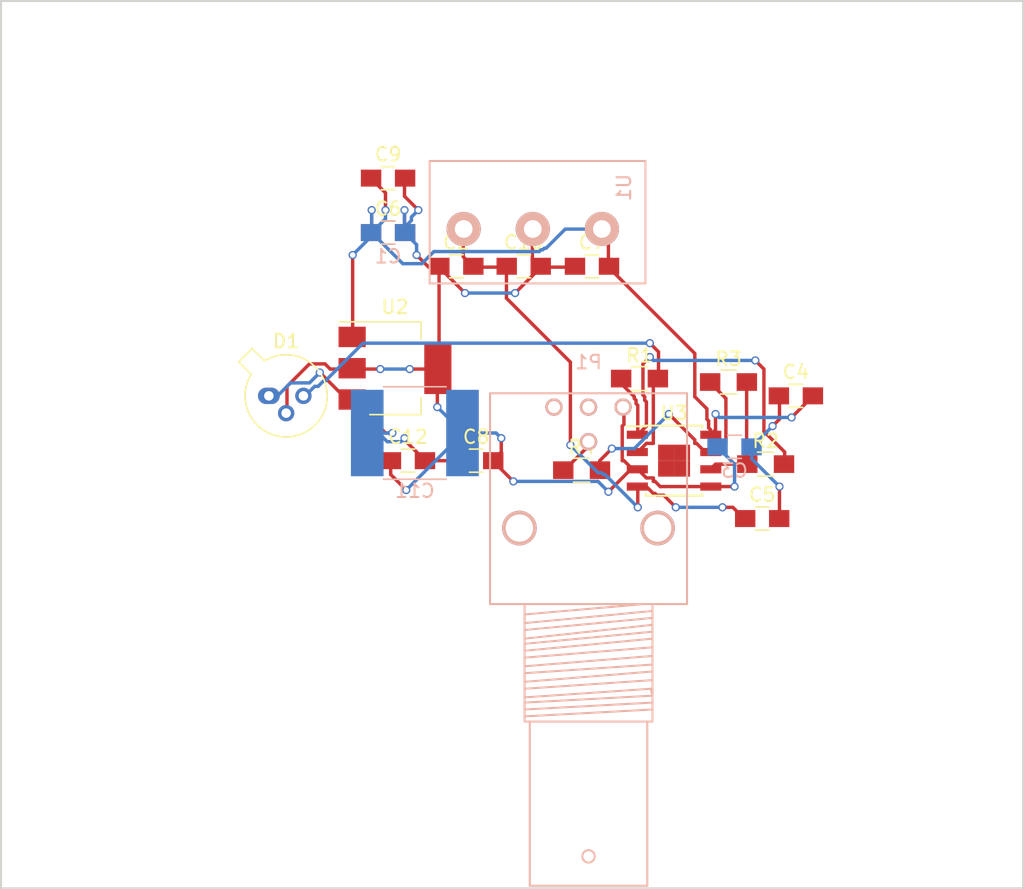
<source format=kicad_pcb>
(kicad_pcb (version 4) (host pcbnew 4.0.2-stable)

  (general
    (links 42)
    (no_connects 0)
    (area 142.621 62.865 217.932 128.27)
    (thickness 1.6)
    (drawings 4)
    (tracks 288)
    (zones 0)
    (modules 21)
    (nets 11)
  )

  (page A4)
  (layers
    (0 F.Cu signal)
    (31 B.Cu signal)
    (32 B.Adhes user)
    (33 F.Adhes user)
    (34 B.Paste user)
    (35 F.Paste user)
    (36 B.SilkS user)
    (37 F.SilkS user)
    (38 B.Mask user)
    (39 F.Mask user)
    (40 Dwgs.User user)
    (41 Cmts.User user)
    (42 Eco1.User user)
    (43 Eco2.User user)
    (44 Edge.Cuts user)
    (45 Margin user)
    (46 B.CrtYd user)
    (47 F.CrtYd user)
    (48 B.Fab user)
    (49 F.Fab user)
  )

  (setup
    (last_trace_width 0.25)
    (trace_clearance 0.2)
    (zone_clearance 0.508)
    (zone_45_only no)
    (trace_min 0.2)
    (segment_width 0.2)
    (edge_width 0.15)
    (via_size 0.6)
    (via_drill 0.4)
    (via_min_size 0.4)
    (via_min_drill 0.3)
    (uvia_size 0.3)
    (uvia_drill 0.1)
    (uvias_allowed no)
    (uvia_min_size 0.2)
    (uvia_min_drill 0.1)
    (pcb_text_width 0.3)
    (pcb_text_size 1.5 1.5)
    (mod_edge_width 0.15)
    (mod_text_size 1 1)
    (mod_text_width 0.15)
    (pad_size 1.524 1.524)
    (pad_drill 0.762)
    (pad_to_mask_clearance 0.2)
    (aux_axis_origin 0 0)
    (visible_elements 7FFFFFFF)
    (pcbplotparams
      (layerselection 0x00030_80000001)
      (usegerberextensions false)
      (excludeedgelayer true)
      (linewidth 0.100000)
      (plotframeref false)
      (viasonmask false)
      (mode 1)
      (useauxorigin false)
      (hpglpennumber 1)
      (hpglpenspeed 20)
      (hpglpendiameter 15)
      (hpglpenoverlay 2)
      (psnegative false)
      (psa4output false)
      (plotreference true)
      (plotvalue true)
      (plotinvisibletext false)
      (padsonsilk false)
      (subtractmaskfromsilk false)
      (outputformat 1)
      (mirror false)
      (drillshape 1)
      (scaleselection 1)
      (outputdirectory ""))
  )

  (net 0 "")
  (net 1 +15V)
  (net 2 GND)
  (net 3 -15V)
  (net 4 "Net-(C3-Pad2)")
  (net 5 +9V)
  (net 6 "Net-(D1-Pad3)")
  (net 7 "Net-(P1-Pad1)")
  (net 8 "Net-(R1-Pad1)")
  (net 9 "Net-(R2-Pad1)")
  (net 10 "Net-(R3-Pad1)")

  (net_class Default "This is the default net class."
    (clearance 0.2)
    (trace_width 0.25)
    (via_dia 0.6)
    (via_drill 0.4)
    (uvia_dia 0.3)
    (uvia_drill 0.1)
    (add_net +15V)
    (add_net +9V)
    (add_net -15V)
    (add_net GND)
    (add_net "Net-(C3-Pad2)")
    (add_net "Net-(D1-Pad3)")
    (add_net "Net-(P1-Pad1)")
    (add_net "Net-(R1-Pad1)")
    (add_net "Net-(R2-Pad1)")
    (add_net "Net-(R3-Pad1)")
  )

  (module Capacitors_SMD:C_0805_HandSoldering placed (layer B.Cu) (tedit 58AA84A8) (tstamp 58C06E23)
    (at 171.2595 80.01)
    (descr "Capacitor SMD 0805, hand soldering")
    (tags "capacitor 0805")
    (path /58C0327B)
    (attr smd)
    (fp_text reference C1 (at 0 1.75) (layer B.SilkS)
      (effects (font (size 1 1) (thickness 0.15)) (justify mirror))
    )
    (fp_text value 10uF (at 0 -1.75) (layer B.Fab)
      (effects (font (size 1 1) (thickness 0.15)) (justify mirror))
    )
    (fp_text user %R (at 0 1.75) (layer B.Fab)
      (effects (font (size 1 1) (thickness 0.15)) (justify mirror))
    )
    (fp_line (start -1 -0.62) (end -1 0.62) (layer B.Fab) (width 0.1))
    (fp_line (start 1 -0.62) (end -1 -0.62) (layer B.Fab) (width 0.1))
    (fp_line (start 1 0.62) (end 1 -0.62) (layer B.Fab) (width 0.1))
    (fp_line (start -1 0.62) (end 1 0.62) (layer B.Fab) (width 0.1))
    (fp_line (start 0.5 0.85) (end -0.5 0.85) (layer B.SilkS) (width 0.12))
    (fp_line (start -0.5 -0.85) (end 0.5 -0.85) (layer B.SilkS) (width 0.12))
    (fp_line (start -2.25 0.88) (end 2.25 0.88) (layer B.CrtYd) (width 0.05))
    (fp_line (start -2.25 0.88) (end -2.25 -0.87) (layer B.CrtYd) (width 0.05))
    (fp_line (start 2.25 -0.87) (end 2.25 0.88) (layer B.CrtYd) (width 0.05))
    (fp_line (start 2.25 -0.87) (end -2.25 -0.87) (layer B.CrtYd) (width 0.05))
    (pad 1 smd rect (at -1.25 0) (size 1.5 1.25) (layers B.Cu B.Paste B.Mask)
      (net 1 +15V))
    (pad 2 smd rect (at 1.25 0) (size 1.5 1.25) (layers B.Cu B.Paste B.Mask)
      (net 2 GND))
    (model Capacitors_SMD.3dshapes/C_0805.wrl
      (at (xyz 0 0 0))
      (scale (xyz 1 1 1))
      (rotate (xyz 0 0 0))
    )
  )

  (module Capacitors_SMD:C_0805_HandSoldering placed (layer F.Cu) (tedit 58AA84A8) (tstamp 58C06E34)
    (at 176.276 82.4865)
    (descr "Capacitor SMD 0805, hand soldering")
    (tags "capacitor 0805")
    (path /58C03E87)
    (attr smd)
    (fp_text reference C2 (at 0 -1.75) (layer F.SilkS)
      (effects (font (size 1 1) (thickness 0.15)))
    )
    (fp_text value 10uF (at 0 1.75) (layer F.Fab)
      (effects (font (size 1 1) (thickness 0.15)))
    )
    (fp_text user %R (at 0 -1.75) (layer F.Fab)
      (effects (font (size 1 1) (thickness 0.15)))
    )
    (fp_line (start -1 0.62) (end -1 -0.62) (layer F.Fab) (width 0.1))
    (fp_line (start 1 0.62) (end -1 0.62) (layer F.Fab) (width 0.1))
    (fp_line (start 1 -0.62) (end 1 0.62) (layer F.Fab) (width 0.1))
    (fp_line (start -1 -0.62) (end 1 -0.62) (layer F.Fab) (width 0.1))
    (fp_line (start 0.5 -0.85) (end -0.5 -0.85) (layer F.SilkS) (width 0.12))
    (fp_line (start -0.5 0.85) (end 0.5 0.85) (layer F.SilkS) (width 0.12))
    (fp_line (start -2.25 -0.88) (end 2.25 -0.88) (layer F.CrtYd) (width 0.05))
    (fp_line (start -2.25 -0.88) (end -2.25 0.87) (layer F.CrtYd) (width 0.05))
    (fp_line (start 2.25 0.87) (end 2.25 -0.88) (layer F.CrtYd) (width 0.05))
    (fp_line (start 2.25 0.87) (end -2.25 0.87) (layer F.CrtYd) (width 0.05))
    (pad 1 smd rect (at -1.25 0) (size 1.5 1.25) (layers F.Cu F.Paste F.Mask)
      (net 2 GND))
    (pad 2 smd rect (at 1.25 0) (size 1.5 1.25) (layers F.Cu F.Paste F.Mask)
      (net 3 -15V))
    (model Capacitors_SMD.3dshapes/C_0805.wrl
      (at (xyz 0 0 0))
      (scale (xyz 1 1 1))
      (rotate (xyz 0 0 0))
    )
  )

  (module Capacitors_SMD:C_0805_HandSoldering placed (layer B.Cu) (tedit 58AA84A8) (tstamp 58C06E45)
    (at 196.723 95.758)
    (descr "Capacitor SMD 0805, hand soldering")
    (tags "capacitor 0805")
    (path /58C03F18)
    (attr smd)
    (fp_text reference C3 (at 0 1.75) (layer B.SilkS)
      (effects (font (size 1 1) (thickness 0.15)) (justify mirror))
    )
    (fp_text value 0.1uF (at 0 -1.75) (layer B.Fab)
      (effects (font (size 1 1) (thickness 0.15)) (justify mirror))
    )
    (fp_text user %R (at 0 1.75) (layer B.Fab)
      (effects (font (size 1 1) (thickness 0.15)) (justify mirror))
    )
    (fp_line (start -1 -0.62) (end -1 0.62) (layer B.Fab) (width 0.1))
    (fp_line (start 1 -0.62) (end -1 -0.62) (layer B.Fab) (width 0.1))
    (fp_line (start 1 0.62) (end 1 -0.62) (layer B.Fab) (width 0.1))
    (fp_line (start -1 0.62) (end 1 0.62) (layer B.Fab) (width 0.1))
    (fp_line (start 0.5 0.85) (end -0.5 0.85) (layer B.SilkS) (width 0.12))
    (fp_line (start -0.5 -0.85) (end 0.5 -0.85) (layer B.SilkS) (width 0.12))
    (fp_line (start -2.25 0.88) (end 2.25 0.88) (layer B.CrtYd) (width 0.05))
    (fp_line (start -2.25 0.88) (end -2.25 -0.87) (layer B.CrtYd) (width 0.05))
    (fp_line (start 2.25 -0.87) (end 2.25 0.88) (layer B.CrtYd) (width 0.05))
    (fp_line (start 2.25 -0.87) (end -2.25 -0.87) (layer B.CrtYd) (width 0.05))
    (pad 1 smd rect (at -1.25 0) (size 1.5 1.25) (layers B.Cu B.Paste B.Mask)
      (net 2 GND))
    (pad 2 smd rect (at 1.25 0) (size 1.5 1.25) (layers B.Cu B.Paste B.Mask)
      (net 4 "Net-(C3-Pad2)"))
    (model Capacitors_SMD.3dshapes/C_0805.wrl
      (at (xyz 0 0 0))
      (scale (xyz 1 1 1))
      (rotate (xyz 0 0 0))
    )
  )

  (module Capacitors_SMD:C_0805_HandSoldering placed (layer F.Cu) (tedit 58AA84A8) (tstamp 58C06E56)
    (at 201.2315 92.0115)
    (descr "Capacitor SMD 0805, hand soldering")
    (tags "capacitor 0805")
    (path /58C03337)
    (attr smd)
    (fp_text reference C4 (at 0 -1.75) (layer F.SilkS)
      (effects (font (size 1 1) (thickness 0.15)))
    )
    (fp_text value 0.1uF (at 0 1.75) (layer F.Fab)
      (effects (font (size 1 1) (thickness 0.15)))
    )
    (fp_text user %R (at 0 -1.75) (layer F.Fab)
      (effects (font (size 1 1) (thickness 0.15)))
    )
    (fp_line (start -1 0.62) (end -1 -0.62) (layer F.Fab) (width 0.1))
    (fp_line (start 1 0.62) (end -1 0.62) (layer F.Fab) (width 0.1))
    (fp_line (start 1 -0.62) (end 1 0.62) (layer F.Fab) (width 0.1))
    (fp_line (start -1 -0.62) (end 1 -0.62) (layer F.Fab) (width 0.1))
    (fp_line (start 0.5 -0.85) (end -0.5 -0.85) (layer F.SilkS) (width 0.12))
    (fp_line (start -0.5 0.85) (end 0.5 0.85) (layer F.SilkS) (width 0.12))
    (fp_line (start -2.25 -0.88) (end 2.25 -0.88) (layer F.CrtYd) (width 0.05))
    (fp_line (start -2.25 -0.88) (end -2.25 0.87) (layer F.CrtYd) (width 0.05))
    (fp_line (start 2.25 0.87) (end 2.25 -0.88) (layer F.CrtYd) (width 0.05))
    (fp_line (start 2.25 0.87) (end -2.25 0.87) (layer F.CrtYd) (width 0.05))
    (pad 1 smd rect (at -1.25 0) (size 1.5 1.25) (layers F.Cu F.Paste F.Mask)
      (net 4 "Net-(C3-Pad2)"))
    (pad 2 smd rect (at 1.25 0) (size 1.5 1.25) (layers F.Cu F.Paste F.Mask)
      (net 1 +15V))
    (model Capacitors_SMD.3dshapes/C_0805.wrl
      (at (xyz 0 0 0))
      (scale (xyz 1 1 1))
      (rotate (xyz 0 0 0))
    )
  )

  (module Capacitors_SMD:C_0805_HandSoldering placed (layer F.Cu) (tedit 58AA84A8) (tstamp 58C06E67)
    (at 198.755 101.0285)
    (descr "Capacitor SMD 0805, hand soldering")
    (tags "capacitor 0805")
    (path /58C03EE8)
    (attr smd)
    (fp_text reference C5 (at 0 -1.75) (layer F.SilkS)
      (effects (font (size 1 1) (thickness 0.15)))
    )
    (fp_text value 0.1uF (at 0 1.75) (layer F.Fab)
      (effects (font (size 1 1) (thickness 0.15)))
    )
    (fp_text user %R (at 0 -1.75) (layer F.Fab)
      (effects (font (size 1 1) (thickness 0.15)))
    )
    (fp_line (start -1 0.62) (end -1 -0.62) (layer F.Fab) (width 0.1))
    (fp_line (start 1 0.62) (end -1 0.62) (layer F.Fab) (width 0.1))
    (fp_line (start 1 -0.62) (end 1 0.62) (layer F.Fab) (width 0.1))
    (fp_line (start -1 -0.62) (end 1 -0.62) (layer F.Fab) (width 0.1))
    (fp_line (start 0.5 -0.85) (end -0.5 -0.85) (layer F.SilkS) (width 0.12))
    (fp_line (start -0.5 0.85) (end 0.5 0.85) (layer F.SilkS) (width 0.12))
    (fp_line (start -2.25 -0.88) (end 2.25 -0.88) (layer F.CrtYd) (width 0.05))
    (fp_line (start -2.25 -0.88) (end -2.25 0.87) (layer F.CrtYd) (width 0.05))
    (fp_line (start 2.25 0.87) (end 2.25 -0.88) (layer F.CrtYd) (width 0.05))
    (fp_line (start 2.25 0.87) (end -2.25 0.87) (layer F.CrtYd) (width 0.05))
    (pad 1 smd rect (at -1.25 0) (size 1.5 1.25) (layers F.Cu F.Paste F.Mask)
      (net 3 -15V))
    (pad 2 smd rect (at 1.25 0) (size 1.5 1.25) (layers F.Cu F.Paste F.Mask)
      (net 4 "Net-(C3-Pad2)"))
    (model Capacitors_SMD.3dshapes/C_0805.wrl
      (at (xyz 0 0 0))
      (scale (xyz 1 1 1))
      (rotate (xyz 0 0 0))
    )
  )

  (module Capacitors_SMD:C_0805_HandSoldering placed (layer F.Cu) (tedit 58AA84A8) (tstamp 58C06E78)
    (at 171.2595 80.01)
    (descr "Capacitor SMD 0805, hand soldering")
    (tags "capacitor 0805")
    (path /58C03F4F)
    (attr smd)
    (fp_text reference C6 (at 0 -1.75) (layer F.SilkS)
      (effects (font (size 1 1) (thickness 0.15)))
    )
    (fp_text value 10uF (at 0 1.75) (layer F.Fab)
      (effects (font (size 1 1) (thickness 0.15)))
    )
    (fp_text user %R (at 0 -1.75) (layer F.Fab)
      (effects (font (size 1 1) (thickness 0.15)))
    )
    (fp_line (start -1 0.62) (end -1 -0.62) (layer F.Fab) (width 0.1))
    (fp_line (start 1 0.62) (end -1 0.62) (layer F.Fab) (width 0.1))
    (fp_line (start 1 -0.62) (end 1 0.62) (layer F.Fab) (width 0.1))
    (fp_line (start -1 -0.62) (end 1 -0.62) (layer F.Fab) (width 0.1))
    (fp_line (start 0.5 -0.85) (end -0.5 -0.85) (layer F.SilkS) (width 0.12))
    (fp_line (start -0.5 0.85) (end 0.5 0.85) (layer F.SilkS) (width 0.12))
    (fp_line (start -2.25 -0.88) (end 2.25 -0.88) (layer F.CrtYd) (width 0.05))
    (fp_line (start -2.25 -0.88) (end -2.25 0.87) (layer F.CrtYd) (width 0.05))
    (fp_line (start 2.25 0.87) (end 2.25 -0.88) (layer F.CrtYd) (width 0.05))
    (fp_line (start 2.25 0.87) (end -2.25 0.87) (layer F.CrtYd) (width 0.05))
    (pad 1 smd rect (at -1.25 0) (size 1.5 1.25) (layers F.Cu F.Paste F.Mask)
      (net 1 +15V))
    (pad 2 smd rect (at 1.25 0) (size 1.5 1.25) (layers F.Cu F.Paste F.Mask)
      (net 2 GND))
    (model Capacitors_SMD.3dshapes/C_0805.wrl
      (at (xyz 0 0 0))
      (scale (xyz 1 1 1))
      (rotate (xyz 0 0 0))
    )
  )

  (module Capacitors_SMD:C_0805_HandSoldering placed (layer F.Cu) (tedit 58AA84A8) (tstamp 58C06E89)
    (at 186.2455 82.4865)
    (descr "Capacitor SMD 0805, hand soldering")
    (tags "capacitor 0805")
    (path /58C040B1)
    (attr smd)
    (fp_text reference C7 (at 0 -1.75) (layer F.SilkS)
      (effects (font (size 1 1) (thickness 0.15)))
    )
    (fp_text value 0.1uF (at 0 1.75) (layer F.Fab)
      (effects (font (size 1 1) (thickness 0.15)))
    )
    (fp_text user %R (at 0 -1.75) (layer F.Fab)
      (effects (font (size 1 1) (thickness 0.15)))
    )
    (fp_line (start -1 0.62) (end -1 -0.62) (layer F.Fab) (width 0.1))
    (fp_line (start 1 0.62) (end -1 0.62) (layer F.Fab) (width 0.1))
    (fp_line (start 1 -0.62) (end 1 0.62) (layer F.Fab) (width 0.1))
    (fp_line (start -1 -0.62) (end 1 -0.62) (layer F.Fab) (width 0.1))
    (fp_line (start 0.5 -0.85) (end -0.5 -0.85) (layer F.SilkS) (width 0.12))
    (fp_line (start -0.5 0.85) (end 0.5 0.85) (layer F.SilkS) (width 0.12))
    (fp_line (start -2.25 -0.88) (end 2.25 -0.88) (layer F.CrtYd) (width 0.05))
    (fp_line (start -2.25 -0.88) (end -2.25 0.87) (layer F.CrtYd) (width 0.05))
    (fp_line (start 2.25 0.87) (end 2.25 -0.88) (layer F.CrtYd) (width 0.05))
    (fp_line (start 2.25 0.87) (end -2.25 0.87) (layer F.CrtYd) (width 0.05))
    (pad 1 smd rect (at -1.25 0) (size 1.5 1.25) (layers F.Cu F.Paste F.Mask)
      (net 2 GND))
    (pad 2 smd rect (at 1.25 0) (size 1.5 1.25) (layers F.Cu F.Paste F.Mask)
      (net 1 +15V))
    (model Capacitors_SMD.3dshapes/C_0805.wrl
      (at (xyz 0 0 0))
      (scale (xyz 1 1 1))
      (rotate (xyz 0 0 0))
    )
  )

  (module Capacitors_SMD:C_0805_HandSoldering placed (layer F.Cu) (tedit 58AA84A8) (tstamp 58C06E9A)
    (at 177.7365 96.774)
    (descr "Capacitor SMD 0805, hand soldering")
    (tags "capacitor 0805")
    (path /58C05EA3)
    (attr smd)
    (fp_text reference C8 (at 0 -1.75) (layer F.SilkS)
      (effects (font (size 1 1) (thickness 0.15)))
    )
    (fp_text value 0.1uF (at 0 1.75) (layer F.Fab)
      (effects (font (size 1 1) (thickness 0.15)))
    )
    (fp_text user %R (at 0 -1.75) (layer F.Fab)
      (effects (font (size 1 1) (thickness 0.15)))
    )
    (fp_line (start -1 0.62) (end -1 -0.62) (layer F.Fab) (width 0.1))
    (fp_line (start 1 0.62) (end -1 0.62) (layer F.Fab) (width 0.1))
    (fp_line (start 1 -0.62) (end 1 0.62) (layer F.Fab) (width 0.1))
    (fp_line (start -1 -0.62) (end 1 -0.62) (layer F.Fab) (width 0.1))
    (fp_line (start 0.5 -0.85) (end -0.5 -0.85) (layer F.SilkS) (width 0.12))
    (fp_line (start -0.5 0.85) (end 0.5 0.85) (layer F.SilkS) (width 0.12))
    (fp_line (start -2.25 -0.88) (end 2.25 -0.88) (layer F.CrtYd) (width 0.05))
    (fp_line (start -2.25 -0.88) (end -2.25 0.87) (layer F.CrtYd) (width 0.05))
    (fp_line (start 2.25 0.87) (end 2.25 -0.88) (layer F.CrtYd) (width 0.05))
    (fp_line (start 2.25 0.87) (end -2.25 0.87) (layer F.CrtYd) (width 0.05))
    (pad 1 smd rect (at -1.25 0) (size 1.5 1.25) (layers F.Cu F.Paste F.Mask)
      (net 5 +9V))
    (pad 2 smd rect (at 1.25 0) (size 1.5 1.25) (layers F.Cu F.Paste F.Mask)
      (net 2 GND))
    (model Capacitors_SMD.3dshapes/C_0805.wrl
      (at (xyz 0 0 0))
      (scale (xyz 1 1 1))
      (rotate (xyz 0 0 0))
    )
  )

  (module Capacitors_SMD:C_0805_HandSoldering placed (layer F.Cu) (tedit 58AA84A8) (tstamp 58C06EAB)
    (at 171.2595 76.0095)
    (descr "Capacitor SMD 0805, hand soldering")
    (tags "capacitor 0805")
    (path /58C07C6E)
    (attr smd)
    (fp_text reference C9 (at 0 -1.75) (layer F.SilkS)
      (effects (font (size 1 1) (thickness 0.15)))
    )
    (fp_text value 0.1uF (at 0 1.75) (layer F.Fab)
      (effects (font (size 1 1) (thickness 0.15)))
    )
    (fp_text user %R (at 0 -1.75) (layer F.Fab)
      (effects (font (size 1 1) (thickness 0.15)))
    )
    (fp_line (start -1 0.62) (end -1 -0.62) (layer F.Fab) (width 0.1))
    (fp_line (start 1 0.62) (end -1 0.62) (layer F.Fab) (width 0.1))
    (fp_line (start 1 -0.62) (end 1 0.62) (layer F.Fab) (width 0.1))
    (fp_line (start -1 -0.62) (end 1 -0.62) (layer F.Fab) (width 0.1))
    (fp_line (start 0.5 -0.85) (end -0.5 -0.85) (layer F.SilkS) (width 0.12))
    (fp_line (start -0.5 0.85) (end 0.5 0.85) (layer F.SilkS) (width 0.12))
    (fp_line (start -2.25 -0.88) (end 2.25 -0.88) (layer F.CrtYd) (width 0.05))
    (fp_line (start -2.25 -0.88) (end -2.25 0.87) (layer F.CrtYd) (width 0.05))
    (fp_line (start 2.25 0.87) (end 2.25 -0.88) (layer F.CrtYd) (width 0.05))
    (fp_line (start 2.25 0.87) (end -2.25 0.87) (layer F.CrtYd) (width 0.05))
    (pad 1 smd rect (at -1.25 0) (size 1.5 1.25) (layers F.Cu F.Paste F.Mask)
      (net 1 +15V))
    (pad 2 smd rect (at 1.25 0) (size 1.5 1.25) (layers F.Cu F.Paste F.Mask)
      (net 2 GND))
    (model Capacitors_SMD.3dshapes/C_0805.wrl
      (at (xyz 0 0 0))
      (scale (xyz 1 1 1))
      (rotate (xyz 0 0 0))
    )
  )

  (module Capacitors_SMD:C_0805_HandSoldering placed (layer F.Cu) (tedit 58AA84A8) (tstamp 58C06EBC)
    (at 181.229 82.4865)
    (descr "Capacitor SMD 0805, hand soldering")
    (tags "capacitor 0805")
    (path /58C086E9)
    (attr smd)
    (fp_text reference C10 (at 0 -1.75) (layer F.SilkS)
      (effects (font (size 1 1) (thickness 0.15)))
    )
    (fp_text value 0.1uF (at 0 1.75) (layer F.Fab)
      (effects (font (size 1 1) (thickness 0.15)))
    )
    (fp_text user %R (at 0 -1.75) (layer F.Fab)
      (effects (font (size 1 1) (thickness 0.15)))
    )
    (fp_line (start -1 0.62) (end -1 -0.62) (layer F.Fab) (width 0.1))
    (fp_line (start 1 0.62) (end -1 0.62) (layer F.Fab) (width 0.1))
    (fp_line (start 1 -0.62) (end 1 0.62) (layer F.Fab) (width 0.1))
    (fp_line (start -1 -0.62) (end 1 -0.62) (layer F.Fab) (width 0.1))
    (fp_line (start 0.5 -0.85) (end -0.5 -0.85) (layer F.SilkS) (width 0.12))
    (fp_line (start -0.5 0.85) (end 0.5 0.85) (layer F.SilkS) (width 0.12))
    (fp_line (start -2.25 -0.88) (end 2.25 -0.88) (layer F.CrtYd) (width 0.05))
    (fp_line (start -2.25 -0.88) (end -2.25 0.87) (layer F.CrtYd) (width 0.05))
    (fp_line (start 2.25 0.87) (end 2.25 -0.88) (layer F.CrtYd) (width 0.05))
    (fp_line (start 2.25 0.87) (end -2.25 0.87) (layer F.CrtYd) (width 0.05))
    (pad 1 smd rect (at -1.25 0) (size 1.5 1.25) (layers F.Cu F.Paste F.Mask)
      (net 3 -15V))
    (pad 2 smd rect (at 1.25 0) (size 1.5 1.25) (layers F.Cu F.Paste F.Mask)
      (net 2 GND))
    (model Capacitors_SMD.3dshapes/C_0805.wrl
      (at (xyz 0 0 0))
      (scale (xyz 1 1 1))
      (rotate (xyz 0 0 0))
    )
  )

  (module Capacitors_SMD:C_2225_HandSoldering placed (layer B.Cu) (tedit 58AA85AA) (tstamp 58C06ECD)
    (at 173.228 94.742)
    (descr "Capacitor SMD 2225, hand soldering")
    (tags "capacitor 2225")
    (path /58C056C2)
    (attr smd)
    (fp_text reference C11 (at 0 4.25) (layer B.SilkS)
      (effects (font (size 1 1) (thickness 0.15)) (justify mirror))
    )
    (fp_text value 22uK (at 0 -4.25) (layer B.Fab)
      (effects (font (size 1 1) (thickness 0.15)) (justify mirror))
    )
    (fp_text user %R (at 0 4.25) (layer B.Fab)
      (effects (font (size 1 1) (thickness 0.15)) (justify mirror))
    )
    (fp_line (start -2.8 -3.2) (end -2.8 3.2) (layer B.Fab) (width 0.1))
    (fp_line (start 2.8 -3.2) (end -2.8 -3.2) (layer B.Fab) (width 0.1))
    (fp_line (start 2.8 3.2) (end 2.8 -3.2) (layer B.Fab) (width 0.1))
    (fp_line (start -2.8 3.2) (end 2.8 3.2) (layer B.Fab) (width 0.1))
    (fp_line (start 2.3 3.4) (end -2.3 3.4) (layer B.SilkS) (width 0.12))
    (fp_line (start -2.3 -3.4) (end 2.3 -3.4) (layer B.SilkS) (width 0.12))
    (fp_line (start -4.95 3.45) (end 4.95 3.45) (layer B.CrtYd) (width 0.05))
    (fp_line (start -4.95 3.45) (end -4.95 -3.45) (layer B.CrtYd) (width 0.05))
    (fp_line (start 4.95 -3.45) (end 4.95 3.45) (layer B.CrtYd) (width 0.05))
    (fp_line (start 4.95 -3.45) (end -4.95 -3.45) (layer B.CrtYd) (width 0.05))
    (pad 1 smd rect (at -3.5 0) (size 2.4 6.35) (layers B.Cu B.Paste B.Mask)
      (net 5 +9V))
    (pad 2 smd rect (at 3.5 0) (size 2.4 6.35) (layers B.Cu B.Paste B.Mask)
      (net 2 GND))
    (model Capacitors_SMD.3dshapes/C_2225.wrl
      (at (xyz 0 0 0))
      (scale (xyz 1 1 1))
      (rotate (xyz 0 0 0))
    )
  )

  (module Capacitors_SMD:C_0805_HandSoldering placed (layer F.Cu) (tedit 58AA84A8) (tstamp 58C06EDE)
    (at 172.72 96.774)
    (descr "Capacitor SMD 0805, hand soldering")
    (tags "capacitor 0805")
    (path /58C05808)
    (attr smd)
    (fp_text reference C12 (at 0 -1.75) (layer F.SilkS)
      (effects (font (size 1 1) (thickness 0.15)))
    )
    (fp_text value 0.1uF (at 0 1.75) (layer F.Fab)
      (effects (font (size 1 1) (thickness 0.15)))
    )
    (fp_text user %R (at 0 -1.75) (layer F.Fab)
      (effects (font (size 1 1) (thickness 0.15)))
    )
    (fp_line (start -1 0.62) (end -1 -0.62) (layer F.Fab) (width 0.1))
    (fp_line (start 1 0.62) (end -1 0.62) (layer F.Fab) (width 0.1))
    (fp_line (start 1 -0.62) (end 1 0.62) (layer F.Fab) (width 0.1))
    (fp_line (start -1 -0.62) (end 1 -0.62) (layer F.Fab) (width 0.1))
    (fp_line (start 0.5 -0.85) (end -0.5 -0.85) (layer F.SilkS) (width 0.12))
    (fp_line (start -0.5 0.85) (end 0.5 0.85) (layer F.SilkS) (width 0.12))
    (fp_line (start -2.25 -0.88) (end 2.25 -0.88) (layer F.CrtYd) (width 0.05))
    (fp_line (start -2.25 -0.88) (end -2.25 0.87) (layer F.CrtYd) (width 0.05))
    (fp_line (start 2.25 0.87) (end 2.25 -0.88) (layer F.CrtYd) (width 0.05))
    (fp_line (start 2.25 0.87) (end -2.25 0.87) (layer F.CrtYd) (width 0.05))
    (pad 1 smd rect (at -1.25 0) (size 1.5 1.25) (layers F.Cu F.Paste F.Mask)
      (net 2 GND))
    (pad 2 smd rect (at 1.25 0) (size 1.5 1.25) (layers F.Cu F.Paste F.Mask)
      (net 5 +9V))
    (model Capacitors_SMD.3dshapes/C_0805.wrl
      (at (xyz 0 0 0))
      (scale (xyz 1 1 1))
      (rotate (xyz 0 0 0))
    )
  )

  (module TO_SOT_Packages_THT:TO-18-3 placed (layer F.Cu) (tedit 58A2168A) (tstamp 58C06EE5)
    (at 162.4965 92.0115)
    (descr TO-18-3)
    (tags TO-18-3)
    (path /58C05A9D)
    (fp_text reference D1 (at 1.27 -4.02) (layer F.SilkS)
      (effects (font (size 1 1) (thickness 0.15)))
    )
    (fp_text value S5971 (at 1.27 4.02) (layer F.Fab)
      (effects (font (size 1 1) (thickness 0.15)))
    )
    (fp_arc (start 1.27 0) (end -0.329057 -2.419301) (angle 336.9) (layer F.Fab) (width 0.1))
    (fp_arc (start 1.27 0) (end -0.312331 -2.572281) (angle 333.2) (layer F.SilkS) (width 0.12))
    (fp_circle (center 1.27 0) (end 3.67 0) (layer F.Fab) (width 0.1))
    (fp_line (start -0.329057 -2.419301) (end -1.156372 -3.246616) (layer F.Fab) (width 0.1))
    (fp_line (start -1.156372 -3.246616) (end -1.976616 -2.426372) (layer F.Fab) (width 0.1))
    (fp_line (start -1.976616 -2.426372) (end -1.149301 -1.599057) (layer F.Fab) (width 0.1))
    (fp_line (start -0.312331 -2.572281) (end -1.224499 -3.484448) (layer F.SilkS) (width 0.12))
    (fp_line (start -1.224499 -3.484448) (end -2.214448 -2.494499) (layer F.SilkS) (width 0.12))
    (fp_line (start -2.214448 -2.494499) (end -1.302281 -1.582331) (layer F.SilkS) (width 0.12))
    (fp_line (start -2.23 -3.5) (end -2.23 3.15) (layer F.CrtYd) (width 0.05))
    (fp_line (start -2.23 3.15) (end 4.42 3.15) (layer F.CrtYd) (width 0.05))
    (fp_line (start 4.42 3.15) (end 4.42 -3.5) (layer F.CrtYd) (width 0.05))
    (fp_line (start 4.42 -3.5) (end -2.23 -3.5) (layer F.CrtYd) (width 0.05))
    (fp_text user %R (at 1.27 -4.02) (layer F.Fab)
      (effects (font (size 1 1) (thickness 0.15)))
    )
    (pad 1 thru_hole oval (at 0 0) (size 1.6 1.2) (drill 0.7) (layers *.Cu *.Mask)
      (net 5 +9V))
    (pad 2 thru_hole oval (at 1.27 1.27) (size 1.2 1.2) (drill 0.7) (layers *.Cu *.Mask)
      (net 2 GND))
    (pad 3 thru_hole oval (at 2.54 0) (size 1.2 1.2) (drill 0.7) (layers *.Cu *.Mask)
      (net 6 "Net-(D1-Pad3)"))
    (model TO_SOT_Packages_THT.3dshapes/TO-18-3.wrl
      (at (xyz 0 0 0))
      (scale (xyz 0.393701 0.393701 0.393701))
      (rotate (xyz 0 0 0))
    )
  )

  (module Resistors_SMD:R_0805_HandSoldering placed (layer F.Cu) (tedit 58AADA1D) (tstamp 58C06EF9)
    (at 189.738 90.7415)
    (descr "Resistor SMD 0805, hand soldering")
    (tags "resistor 0805")
    (path /58C074F2)
    (attr smd)
    (fp_text reference R1 (at 0 -1.7) (layer F.SilkS)
      (effects (font (size 1 1) (thickness 0.15)))
    )
    (fp_text value 3.3k (at 0 1.75) (layer F.Fab)
      (effects (font (size 1 1) (thickness 0.15)))
    )
    (fp_text user %R (at 0 -1.7) (layer F.Fab)
      (effects (font (size 1 1) (thickness 0.15)))
    )
    (fp_line (start -1 0.62) (end -1 -0.62) (layer F.Fab) (width 0.1))
    (fp_line (start 1 0.62) (end -1 0.62) (layer F.Fab) (width 0.1))
    (fp_line (start 1 -0.62) (end 1 0.62) (layer F.Fab) (width 0.1))
    (fp_line (start -1 -0.62) (end 1 -0.62) (layer F.Fab) (width 0.1))
    (fp_line (start 0.6 0.88) (end -0.6 0.88) (layer F.SilkS) (width 0.12))
    (fp_line (start -0.6 -0.88) (end 0.6 -0.88) (layer F.SilkS) (width 0.12))
    (fp_line (start -2.35 -0.9) (end 2.35 -0.9) (layer F.CrtYd) (width 0.05))
    (fp_line (start -2.35 -0.9) (end -2.35 0.9) (layer F.CrtYd) (width 0.05))
    (fp_line (start 2.35 0.9) (end 2.35 -0.9) (layer F.CrtYd) (width 0.05))
    (fp_line (start 2.35 0.9) (end -2.35 0.9) (layer F.CrtYd) (width 0.05))
    (pad 1 smd rect (at -1.35 0) (size 1.5 1.3) (layers F.Cu F.Paste F.Mask)
      (net 8 "Net-(R1-Pad1)"))
    (pad 2 smd rect (at 1.35 0) (size 1.5 1.3) (layers F.Cu F.Paste F.Mask)
      (net 6 "Net-(D1-Pad3)"))
    (model Resistors_SMD.3dshapes/R_0805.wrl
      (at (xyz 0 0 0))
      (scale (xyz 1 1 1))
      (rotate (xyz 0 0 0))
    )
  )

  (module Resistors_SMD:R_0805_HandSoldering placed (layer F.Cu) (tedit 58AADA1D) (tstamp 58C06EFF)
    (at 199.009 97.028)
    (descr "Resistor SMD 0805, hand soldering")
    (tags "resistor 0805")
    (path /58C0949D)
    (attr smd)
    (fp_text reference R2 (at 0 -1.7) (layer F.SilkS)
      (effects (font (size 1 1) (thickness 0.15)))
    )
    (fp_text value 100 (at 0 1.75) (layer F.Fab)
      (effects (font (size 1 1) (thickness 0.15)))
    )
    (fp_text user %R (at 0 -1.7) (layer F.Fab)
      (effects (font (size 1 1) (thickness 0.15)))
    )
    (fp_line (start -1 0.62) (end -1 -0.62) (layer F.Fab) (width 0.1))
    (fp_line (start 1 0.62) (end -1 0.62) (layer F.Fab) (width 0.1))
    (fp_line (start 1 -0.62) (end 1 0.62) (layer F.Fab) (width 0.1))
    (fp_line (start -1 -0.62) (end 1 -0.62) (layer F.Fab) (width 0.1))
    (fp_line (start 0.6 0.88) (end -0.6 0.88) (layer F.SilkS) (width 0.12))
    (fp_line (start -0.6 -0.88) (end 0.6 -0.88) (layer F.SilkS) (width 0.12))
    (fp_line (start -2.35 -0.9) (end 2.35 -0.9) (layer F.CrtYd) (width 0.05))
    (fp_line (start -2.35 -0.9) (end -2.35 0.9) (layer F.CrtYd) (width 0.05))
    (fp_line (start 2.35 0.9) (end 2.35 -0.9) (layer F.CrtYd) (width 0.05))
    (fp_line (start 2.35 0.9) (end -2.35 0.9) (layer F.CrtYd) (width 0.05))
    (pad 1 smd rect (at -1.35 0) (size 1.5 1.3) (layers F.Cu F.Paste F.Mask)
      (net 9 "Net-(R2-Pad1)"))
    (pad 2 smd rect (at 1.35 0) (size 1.5 1.3) (layers F.Cu F.Paste F.Mask)
      (net 8 "Net-(R1-Pad1)"))
    (model Resistors_SMD.3dshapes/R_0805.wrl
      (at (xyz 0 0 0))
      (scale (xyz 1 1 1))
      (rotate (xyz 0 0 0))
    )
  )

  (module Resistors_SMD:R_0805_HandSoldering placed (layer F.Cu) (tedit 58AADA1D) (tstamp 58C06F05)
    (at 196.2785 90.9955)
    (descr "Resistor SMD 0805, hand soldering")
    (tags "resistor 0805")
    (path /58C07661)
    (attr smd)
    (fp_text reference R3 (at 0 -1.7) (layer F.SilkS)
      (effects (font (size 1 1) (thickness 0.15)))
    )
    (fp_text value 3.3k (at 0 1.75) (layer F.Fab)
      (effects (font (size 1 1) (thickness 0.15)))
    )
    (fp_text user %R (at 0 -1.7) (layer F.Fab)
      (effects (font (size 1 1) (thickness 0.15)))
    )
    (fp_line (start -1 0.62) (end -1 -0.62) (layer F.Fab) (width 0.1))
    (fp_line (start 1 0.62) (end -1 0.62) (layer F.Fab) (width 0.1))
    (fp_line (start 1 -0.62) (end 1 0.62) (layer F.Fab) (width 0.1))
    (fp_line (start -1 -0.62) (end 1 -0.62) (layer F.Fab) (width 0.1))
    (fp_line (start 0.6 0.88) (end -0.6 0.88) (layer F.SilkS) (width 0.12))
    (fp_line (start -0.6 -0.88) (end 0.6 -0.88) (layer F.SilkS) (width 0.12))
    (fp_line (start -2.35 -0.9) (end 2.35 -0.9) (layer F.CrtYd) (width 0.05))
    (fp_line (start -2.35 -0.9) (end -2.35 0.9) (layer F.CrtYd) (width 0.05))
    (fp_line (start 2.35 0.9) (end 2.35 -0.9) (layer F.CrtYd) (width 0.05))
    (fp_line (start 2.35 0.9) (end -2.35 0.9) (layer F.CrtYd) (width 0.05))
    (pad 1 smd rect (at -1.35 0) (size 1.5 1.3) (layers F.Cu F.Paste F.Mask)
      (net 10 "Net-(R3-Pad1)"))
    (pad 2 smd rect (at 1.35 0) (size 1.5 1.3) (layers F.Cu F.Paste F.Mask)
      (net 9 "Net-(R2-Pad1)"))
    (model Resistors_SMD.3dshapes/R_0805.wrl
      (at (xyz 0 0 0))
      (scale (xyz 1 1 1))
      (rotate (xyz 0 0 0))
    )
  )

  (module Resistors_SMD:R_0805_HandSoldering placed (layer F.Cu) (tedit 58AADA1D) (tstamp 58C06F0B)
    (at 185.4835 97.4725)
    (descr "Resistor SMD 0805, hand soldering")
    (tags "resistor 0805")
    (path /58C09C38)
    (attr smd)
    (fp_text reference R4 (at 0 -1.7) (layer F.SilkS)
      (effects (font (size 1 1) (thickness 0.15)))
    )
    (fp_text value 50 (at 0 1.75) (layer F.Fab)
      (effects (font (size 1 1) (thickness 0.15)))
    )
    (fp_text user %R (at 0 -1.7) (layer F.Fab)
      (effects (font (size 1 1) (thickness 0.15)))
    )
    (fp_line (start -1 0.62) (end -1 -0.62) (layer F.Fab) (width 0.1))
    (fp_line (start 1 0.62) (end -1 0.62) (layer F.Fab) (width 0.1))
    (fp_line (start 1 -0.62) (end 1 0.62) (layer F.Fab) (width 0.1))
    (fp_line (start -1 -0.62) (end 1 -0.62) (layer F.Fab) (width 0.1))
    (fp_line (start 0.6 0.88) (end -0.6 0.88) (layer F.SilkS) (width 0.12))
    (fp_line (start -0.6 -0.88) (end 0.6 -0.88) (layer F.SilkS) (width 0.12))
    (fp_line (start -2.35 -0.9) (end 2.35 -0.9) (layer F.CrtYd) (width 0.05))
    (fp_line (start -2.35 -0.9) (end -2.35 0.9) (layer F.CrtYd) (width 0.05))
    (fp_line (start 2.35 0.9) (end 2.35 -0.9) (layer F.CrtYd) (width 0.05))
    (fp_line (start 2.35 0.9) (end -2.35 0.9) (layer F.CrtYd) (width 0.05))
    (pad 1 smd rect (at -1.35 0) (size 1.5 1.3) (layers F.Cu F.Paste F.Mask)
      (net 7 "Net-(P1-Pad1)"))
    (pad 2 smd rect (at 1.35 0) (size 1.5 1.3) (layers F.Cu F.Paste F.Mask)
      (net 10 "Net-(R3-Pad1)"))
    (model Resistors_SMD.3dshapes/R_0805.wrl
      (at (xyz 0 0 0))
      (scale (xyz 1 1 1))
      (rotate (xyz 0 0 0))
    )
  )

  (module footprints:ED2610 placed (layer B.Cu) (tedit 574DF572) (tstamp 58C06F12)
    (at 182.245 79.248 180)
    (path /58C031F9)
    (fp_text reference U1 (at -6.35 2.54 450) (layer B.SilkS)
      (effects (font (size 1 1) (thickness 0.15)) (justify mirror))
    )
    (fp_text value ED2610 (at 0 2.54 360) (layer B.Fab)
      (effects (font (size 1 1) (thickness 0.15)) (justify mirror))
    )
    (fp_line (start 7.93 4.5) (end 7.93 -4.5) (layer B.SilkS) (width 0.15))
    (fp_line (start -7.93 4.5) (end -7.93 -4.5) (layer B.SilkS) (width 0.15))
    (fp_line (start 7.93 -4.5) (end -7.93 -4.5) (layer B.SilkS) (width 0.15))
    (fp_line (start 7.93 4.5) (end -7.93 4.5) (layer B.SilkS) (width 0.15))
    (pad 1 thru_hole circle (at -4.73 -0.5 180) (size 2.51 2.51) (drill 1.3) (layers *.Cu *.Mask B.SilkS)
      (net 1 +15V))
    (pad 2 thru_hole circle (at 0.35 -0.5 180) (size 2.51 2.51) (drill 1.3) (layers *.Cu *.Mask B.SilkS)
      (net 2 GND))
    (pad 3 thru_hole circle (at 5.43 -0.5 180) (size 2.51 2.51) (drill 1.3) (layers *.Cu *.Mask B.SilkS)
      (net 3 -15V))
  )

  (module TO_SOT_Packages_SMD:SOT-223 placed (layer F.Cu) (tedit 5883B228) (tstamp 58C06F27)
    (at 171.7675 89.9795)
    (descr "module CMS SOT223 4 pins")
    (tags "CMS SOT")
    (path /58C03B99)
    (attr smd)
    (fp_text reference U2 (at 0 -4.5) (layer F.SilkS)
      (effects (font (size 1 1) (thickness 0.15)))
    )
    (fp_text value LM2940 (at 0 4.5) (layer F.Fab)
      (effects (font (size 1 1) (thickness 0.15)))
    )
    (fp_line (start -1.85 -2.3) (end -0.8 -3.35) (layer F.Fab) (width 0.1))
    (fp_line (start 1.91 3.41) (end 1.91 2.15) (layer F.SilkS) (width 0.12))
    (fp_line (start 1.91 -3.41) (end 1.91 -2.15) (layer F.SilkS) (width 0.12))
    (fp_line (start 4.4 -3.6) (end -4.4 -3.6) (layer F.CrtYd) (width 0.05))
    (fp_line (start 4.4 3.6) (end 4.4 -3.6) (layer F.CrtYd) (width 0.05))
    (fp_line (start -4.4 3.6) (end 4.4 3.6) (layer F.CrtYd) (width 0.05))
    (fp_line (start -4.4 -3.6) (end -4.4 3.6) (layer F.CrtYd) (width 0.05))
    (fp_line (start -1.85 -2.3) (end -1.85 3.35) (layer F.Fab) (width 0.1))
    (fp_line (start -1.85 3.41) (end 1.91 3.41) (layer F.SilkS) (width 0.12))
    (fp_line (start -0.8 -3.35) (end 1.85 -3.35) (layer F.Fab) (width 0.1))
    (fp_line (start -4.1 -3.41) (end 1.91 -3.41) (layer F.SilkS) (width 0.12))
    (fp_line (start -1.85 3.35) (end 1.85 3.35) (layer F.Fab) (width 0.1))
    (fp_line (start 1.85 -3.35) (end 1.85 3.35) (layer F.Fab) (width 0.1))
    (pad 4 smd rect (at 3.15 0) (size 2 3.8) (layers F.Cu F.Paste F.Mask)
      (net 2 GND))
    (pad 2 smd rect (at -3.15 0) (size 2 1.5) (layers F.Cu F.Paste F.Mask)
      (net 2 GND))
    (pad 3 smd rect (at -3.15 2.3) (size 2 1.5) (layers F.Cu F.Paste F.Mask)
      (net 5 +9V))
    (pad 1 smd rect (at -3.15 -2.3) (size 2 1.5) (layers F.Cu F.Paste F.Mask)
      (net 1 +15V))
    (model TO_SOT_Packages_SMD.3dshapes/SOT-223.wrl
      (at (xyz 0 0 0))
      (scale (xyz 0.4 0.4 0.4))
      (rotate (xyz 0 0 90))
    )
  )

  (module Housings_SOIC:SOIC-8-1EP_3.9x4.9mm_Pitch1.27mm placed (layer F.Cu) (tedit 574D9865) (tstamp 58C06F37)
    (at 192.278 96.774)
    (descr "8-Lead Thermally Enhanced Plastic Small Outline (SE) - Narrow, 3.90 mm Body [SOIC] (see Microchip Packaging Specification 00000049BS.pdf)")
    (tags "SOIC 1.27")
    (path /58C06481)
    (attr smd)
    (fp_text reference U3 (at 0 -3.5) (layer F.SilkS)
      (effects (font (size 1 1) (thickness 0.15)))
    )
    (fp_text value OPA2211 (at 0 3.5) (layer F.Fab)
      (effects (font (size 1 1) (thickness 0.15)))
    )
    (fp_line (start -0.95 -2.45) (end 1.95 -2.45) (layer F.Fab) (width 0.15))
    (fp_line (start 1.95 -2.45) (end 1.95 2.45) (layer F.Fab) (width 0.15))
    (fp_line (start 1.95 2.45) (end -1.95 2.45) (layer F.Fab) (width 0.15))
    (fp_line (start -1.95 2.45) (end -1.95 -1.45) (layer F.Fab) (width 0.15))
    (fp_line (start -1.95 -1.45) (end -0.95 -2.45) (layer F.Fab) (width 0.15))
    (fp_line (start -3.75 -2.75) (end -3.75 2.75) (layer F.CrtYd) (width 0.05))
    (fp_line (start 3.75 -2.75) (end 3.75 2.75) (layer F.CrtYd) (width 0.05))
    (fp_line (start -3.75 -2.75) (end 3.75 -2.75) (layer F.CrtYd) (width 0.05))
    (fp_line (start -3.75 2.75) (end 3.75 2.75) (layer F.CrtYd) (width 0.05))
    (fp_line (start -2.075 -2.575) (end -2.075 -2.525) (layer F.SilkS) (width 0.15))
    (fp_line (start 2.075 -2.575) (end 2.075 -2.43) (layer F.SilkS) (width 0.15))
    (fp_line (start 2.075 2.575) (end 2.075 2.43) (layer F.SilkS) (width 0.15))
    (fp_line (start -2.075 2.575) (end -2.075 2.43) (layer F.SilkS) (width 0.15))
    (fp_line (start -2.075 -2.575) (end 2.075 -2.575) (layer F.SilkS) (width 0.15))
    (fp_line (start -2.075 2.575) (end 2.075 2.575) (layer F.SilkS) (width 0.15))
    (fp_line (start -2.075 -2.525) (end -3.475 -2.525) (layer F.SilkS) (width 0.15))
    (pad 1 smd rect (at -2.7 -1.905) (size 1.55 0.6) (layers F.Cu F.Paste F.Mask)
      (net 8 "Net-(R1-Pad1)"))
    (pad 2 smd rect (at -2.7 -0.635) (size 1.55 0.6) (layers F.Cu F.Paste F.Mask)
      (net 6 "Net-(D1-Pad3)"))
    (pad 3 smd rect (at -2.7 0.635) (size 1.55 0.6) (layers F.Cu F.Paste F.Mask)
      (net 2 GND))
    (pad 4 smd rect (at -2.7 1.905) (size 1.55 0.6) (layers F.Cu F.Paste F.Mask)
      (net 3 -15V))
    (pad 5 smd rect (at 2.7 1.905) (size 1.55 0.6) (layers F.Cu F.Paste F.Mask)
      (net 2 GND))
    (pad 6 smd rect (at 2.7 0.635) (size 1.55 0.6) (layers F.Cu F.Paste F.Mask)
      (net 9 "Net-(R2-Pad1)"))
    (pad 7 smd rect (at 2.7 -0.635) (size 1.55 0.6) (layers F.Cu F.Paste F.Mask)
      (net 10 "Net-(R3-Pad1)"))
    (pad 8 smd rect (at 2.7 -1.905) (size 1.55 0.6) (layers F.Cu F.Paste F.Mask)
      (net 1 +15V))
    (pad 9 smd rect (at 0.5875 0.5875) (size 1.175 1.175) (layers F.Cu F.Paste F.Mask)
      (solder_paste_margin_ratio -0.2))
    (pad 9 smd rect (at 0.5875 -0.5875) (size 1.175 1.175) (layers F.Cu F.Paste F.Mask)
      (solder_paste_margin_ratio -0.2))
    (pad 9 smd rect (at -0.5875 0.5875) (size 1.175 1.175) (layers F.Cu F.Paste F.Mask)
      (solder_paste_margin_ratio -0.2))
    (pad 9 smd rect (at -0.5875 -0.5875) (size 1.175 1.175) (layers F.Cu F.Paste F.Mask)
      (solder_paste_margin_ratio -0.2))
    (model Housings_SOIC.3dshapes/SOIC-8-1EP_3.9x4.9mm_Pitch1.27mm.wrl
      (at (xyz 0 0 0))
      (scale (xyz 1 1 1))
      (rotate (xyz 0 0 0))
    )
  )

  (module footprints:Dual-BNC-ARF2136 placed (layer B.Cu) (tedit 57D037CB) (tstamp 58C071BE)
    (at 185.9915 101.727)
    (path /58C09F5C)
    (fp_text reference P1 (at 0 -12.192) (layer B.SilkS)
      (effects (font (size 1 1) (thickness 0.15)) (justify mirror))
    )
    (fp_text value BNC (at 0 4.191) (layer B.Fab)
      (effects (font (size 1 1) (thickness 0.15)) (justify mirror))
    )
    (fp_circle (center 0 24.13) (end 0.254 23.749) (layer B.SilkS) (width 0.15))
    (fp_line (start 4.699 13.335) (end 4.699 12.827) (layer B.SilkS) (width 0.15))
    (fp_line (start 4.699 12.827) (end -4.699 13.335) (layer B.SilkS) (width 0.15))
    (fp_line (start -4.699 13.335) (end -4.699 12.827) (layer B.SilkS) (width 0.15))
    (fp_line (start -4.699 12.827) (end 4.699 12.319) (layer B.SilkS) (width 0.15))
    (fp_line (start 4.699 12.319) (end 4.572 11.811) (layer B.SilkS) (width 0.15))
    (fp_line (start 4.572 11.811) (end -4.699 12.446) (layer B.SilkS) (width 0.15))
    (fp_line (start -4.699 12.446) (end -4.699 11.811) (layer B.SilkS) (width 0.15))
    (fp_line (start -4.699 11.811) (end 4.699 11.176) (layer B.SilkS) (width 0.15))
    (fp_line (start 4.699 11.176) (end 4.699 10.541) (layer B.SilkS) (width 0.15))
    (fp_line (start 4.699 10.541) (end -4.699 11.303) (layer B.SilkS) (width 0.15))
    (fp_line (start -4.699 11.303) (end -4.699 10.668) (layer B.SilkS) (width 0.15))
    (fp_line (start -4.699 10.668) (end 4.699 10.033) (layer B.SilkS) (width 0.15))
    (fp_line (start 4.699 10.033) (end 4.699 9.398) (layer B.SilkS) (width 0.15))
    (fp_line (start 4.699 9.398) (end -4.699 10.16) (layer B.SilkS) (width 0.15))
    (fp_line (start -4.699 10.16) (end -4.699 9.525) (layer B.SilkS) (width 0.15))
    (fp_line (start -4.699 9.525) (end 4.699 8.763) (layer B.SilkS) (width 0.15))
    (fp_line (start 4.699 8.763) (end 4.699 8.128) (layer B.SilkS) (width 0.15))
    (fp_line (start 4.699 8.128) (end -4.699 9.017) (layer B.SilkS) (width 0.15))
    (fp_line (start -4.699 9.017) (end -4.699 8.509) (layer B.SilkS) (width 0.15))
    (fp_line (start -4.699 8.509) (end 4.699 7.62) (layer B.SilkS) (width 0.15))
    (fp_line (start 4.699 7.62) (end 4.699 7.112) (layer B.SilkS) (width 0.15))
    (fp_line (start 4.699 7.112) (end -4.699 8.128) (layer B.SilkS) (width 0.15))
    (fp_line (start -4.699 8.128) (end -4.699 7.493) (layer B.SilkS) (width 0.15))
    (fp_line (start -4.699 7.493) (end 4.699 6.604) (layer B.SilkS) (width 0.15))
    (fp_line (start 4.699 6.604) (end 4.699 6.096) (layer B.SilkS) (width 0.15))
    (fp_line (start 4.699 6.096) (end -4.699 6.985) (layer B.SilkS) (width 0.15))
    (fp_line (start -4.699 6.985) (end -4.699 6.35) (layer B.SilkS) (width 0.15))
    (fp_line (start -4.699 6.35) (end 4.064 5.588) (layer B.SilkS) (width 0.15))
    (fp_line (start -4.699 13.843) (end 4.699 13.335) (layer B.SilkS) (width 0.15))
    (fp_line (start -4.318 14.224) (end -4.318 26.289) (layer B.SilkS) (width 0.15))
    (fp_line (start -4.318 26.289) (end 4.318 26.289) (layer B.SilkS) (width 0.15))
    (fp_line (start 4.318 26.289) (end 4.318 14.224) (layer B.SilkS) (width 0.15))
    (fp_line (start -4.699 5.588) (end -4.699 14.224) (layer B.SilkS) (width 0.15))
    (fp_line (start -4.699 14.224) (end 4.699 14.224) (layer B.SilkS) (width 0.15))
    (fp_line (start 4.699 14.224) (end 4.699 5.715) (layer B.SilkS) (width 0.15))
    (fp_line (start -7.239 5.588) (end 5.461 5.588) (layer B.SilkS) (width 0.15))
    (fp_line (start -7.239 5.588) (end -7.239 -9.906) (layer B.SilkS) (width 0.15))
    (fp_line (start -7.239 -9.906) (end 7.239 -9.906) (layer B.SilkS) (width 0.15))
    (fp_line (start 7.239 -9.906) (end 7.239 5.588) (layer B.SilkS) (width 0.15))
    (fp_line (start 7.239 5.588) (end 5.207 5.588) (layer B.SilkS) (width 0.15))
    (pad 5 thru_hole circle (at 5.08 0) (size 2.54 2.54) (drill 2.0066) (layers *.Cu *.Mask B.SilkS))
    (pad 6 thru_hole circle (at -5.08 0) (size 2.54 2.54) (drill 2.0066) (layers *.Cu *.Mask B.SilkS))
    (pad 1 thru_hole circle (at 0 -6.35) (size 1.27 1.27) (drill 0.889) (layers *.Cu *.Mask B.SilkS)
      (net 7 "Net-(P1-Pad1)"))
    (pad 3 thru_hole circle (at 0 -8.89) (size 1.27 1.27) (drill 0.889) (layers *.Cu *.Mask B.SilkS))
    (pad 4 thru_hole circle (at -2.54 -8.89) (size 1.27 1.27) (drill 0.889) (layers *.Cu *.Mask B.SilkS))
    (pad 2 thru_hole circle (at 2.54 -8.89) (size 1.27 1.27) (drill 0.889) (layers *.Cu *.Mask B.SilkS)
      (net 2 GND))
  )

  (gr_line (start 142.8115 62.992) (end 142.8115 128.2065) (angle 90) (layer Edge.Cuts) (width 0.15))
  (gr_line (start 217.932 62.992) (end 142.8115 62.992) (angle 90) (layer Edge.Cuts) (width 0.15))
  (gr_line (start 217.932 128.2065) (end 217.932 62.992) (angle 90) (layer Edge.Cuts) (width 0.15))
  (gr_line (start 142.875 128.2065) (end 217.932 128.2065) (angle 90) (layer Edge.Cuts) (width 0.15))

  (segment (start 187.4955 82.4865) (end 187.452 82.55) (width 0.25) (layer F.Cu) (net 1) (status 80000))
  (segment (start 187.452 82.55) (end 193.802 88.9) (width 0.25) (layer F.Cu) (net 1) (status 80000))
  (segment (start 193.802 88.9) (end 193.802 92.075) (width 0.25) (layer F.Cu) (net 1) (status 80000))
  (segment (start 193.802 92.075) (end 194.691 92.964) (width 0.25) (layer F.Cu) (net 1) (status 80000))
  (segment (start 194.691 92.964) (end 194.691 93.726) (width 0.25) (layer F.Cu) (net 1) (status 80000))
  (segment (start 194.691 93.726) (end 194.818 93.853) (width 0.25) (layer F.Cu) (net 1) (status 80000))
  (segment (start 194.818 93.853) (end 194.818 94.361) (width 0.25) (layer F.Cu) (net 1) (status 80000))
  (segment (start 194.818 94.361) (end 194.945 94.488) (width 0.25) (layer F.Cu) (net 1) (status 80000))
  (segment (start 194.945 94.488) (end 194.945 94.869) (width 0.25) (layer F.Cu) (net 1) (status 80000))
  (segment (start 194.945 94.869) (end 194.978 94.869) (width 0.25) (layer F.Cu) (net 1) (tstamp 58C0783F) (status 80000))
  (segment (start 194.978 94.869) (end 194.945 94.869) (width 0.25) (layer F.Cu) (net 1) (status 80000))
  (segment (start 194.945 94.869) (end 195.326 94.488) (width 0.25) (layer F.Cu) (net 1) (status 80000))
  (segment (start 195.326 94.488) (end 195.326 93.345) (width 0.25) (layer F.Cu) (net 1) (status 80000))
  (via (at 195.326 93.345) (size 0.6) (layers F.Cu B.Cu) (net 1) (status 80000))
  (segment (start 195.326 93.345) (end 195.58 93.599) (width 0.25) (layer B.Cu) (net 1) (status 80000))
  (segment (start 195.58 93.599) (end 200.914 93.599) (width 0.25) (layer B.Cu) (net 1) (status 80000))
  (via (at 200.914 93.599) (size 0.6) (layers F.Cu B.Cu) (net 1) (status 80000))
  (segment (start 200.914 93.599) (end 202.438 92.075) (width 0.25) (layer F.Cu) (net 1) (status 80000))
  (segment (start 202.438 92.075) (end 202.4815 92.0115) (width 0.25) (layer F.Cu) (net 1) (tstamp 58C0783B) (status 80000))
  (segment (start 170.0095 80.01) (end 170.053 80.01) (width 0.25) (layer B.Cu) (net 1) (status 80000))
  (segment (start 170.053 80.01) (end 172.339 82.296) (width 0.25) (layer B.Cu) (net 1) (status 80000))
  (segment (start 172.339 82.296) (end 173.736 82.296) (width 0.25) (layer B.Cu) (net 1) (status 80000))
  (segment (start 173.736 82.296) (end 174.625 81.407) (width 0.25) (layer B.Cu) (net 1) (status 80000))
  (segment (start 174.625 81.407) (end 182.372 81.407) (width 0.25) (layer B.Cu) (net 1) (status 80000))
  (segment (start 182.372 81.407) (end 182.499 81.28) (width 0.25) (layer B.Cu) (net 1) (status 80000))
  (segment (start 182.499 81.28) (end 182.626 81.28) (width 0.25) (layer B.Cu) (net 1) (status 80000))
  (segment (start 182.626 81.28) (end 182.753 81.153) (width 0.25) (layer B.Cu) (net 1) (status 80000))
  (segment (start 182.753 81.153) (end 182.88 81.153) (width 0.25) (layer B.Cu) (net 1) (status 80000))
  (segment (start 182.88 81.153) (end 184.277 79.756) (width 0.25) (layer B.Cu) (net 1) (status 80000))
  (segment (start 184.277 79.756) (end 186.944 79.756) (width 0.25) (layer B.Cu) (net 1) (status 80000))
  (segment (start 186.944 79.756) (end 186.975 79.748) (width 0.25) (layer B.Cu) (net 1) (tstamp 58C0783A) (status 80000))
  (segment (start 170.0095 80.01) (end 170.053 80.01) (width 0.25) (layer B.Cu) (net 1) (status 80000))
  (segment (start 170.053 80.01) (end 170.053 80.264) (width 0.25) (layer B.Cu) (net 1) (status 80000))
  (segment (start 170.053 80.264) (end 168.656 81.661) (width 0.25) (layer B.Cu) (net 1) (status 80000))
  (via (at 168.656 81.661) (size 0.6) (layers F.Cu B.Cu) (net 1) (status 80000))
  (segment (start 168.656 81.661) (end 168.656 87.63) (width 0.25) (layer F.Cu) (net 1) (status 80000))
  (segment (start 168.656 87.63) (end 168.6175 87.6795) (width 0.25) (layer F.Cu) (net 1) (tstamp 58C07833) (status 80000))
  (segment (start 186.975 79.748) (end 186.944 79.756) (width 0.25) (layer F.Cu) (net 1) (status 80000))
  (segment (start 186.944 79.756) (end 187.452 80.264) (width 0.25) (layer F.Cu) (net 1) (status 80000))
  (segment (start 187.452 80.264) (end 187.452 82.55) (width 0.25) (layer F.Cu) (net 1) (status 80000))
  (segment (start 187.452 82.55) (end 187.4955 82.4865) (width 0.25) (layer F.Cu) (net 1) (tstamp 58C07821) (status 80000))
  (segment (start 170.0095 76.0095) (end 170.053 76.073) (width 0.25) (layer F.Cu) (net 1) (status 80000))
  (segment (start 170.053 76.073) (end 171.069 77.089) (width 0.25) (layer F.Cu) (net 1) (status 80000))
  (segment (start 171.069 77.089) (end 171.069 78.359) (width 0.25) (layer F.Cu) (net 1) (status 80000))
  (via (at 171.069 78.359) (size 0.6) (layers F.Cu B.Cu) (net 1) (status 80000))
  (segment (start 171.069 78.359) (end 171.069 78.994) (width 0.25) (layer B.Cu) (net 1) (status 80000))
  (segment (start 171.069 78.994) (end 170.053 80.01) (width 0.25) (layer B.Cu) (net 1) (status 80000))
  (segment (start 170.053 80.01) (end 170.0095 80.01) (width 0.25) (layer B.Cu) (net 1) (tstamp 58C0781F) (status 80000))
  (segment (start 170.0095 80.01) (end 170.053 80.01) (width 0.25) (layer B.Cu) (net 1) (status 80000))
  (segment (start 170.053 80.01) (end 170.053 78.359) (width 0.25) (layer B.Cu) (net 1) (status 80000))
  (via (at 170.053 78.359) (size 0.6) (layers F.Cu B.Cu) (net 1) (status 80000))
  (segment (start 170.053 78.359) (end 170.053 80.01) (width 0.25) (layer F.Cu) (net 1) (status 80000))
  (segment (start 170.053 80.01) (end 170.0095 80.01) (width 0.25) (layer F.Cu) (net 1) (tstamp 58C0781B) (status 80000))
  (segment (start 168.6175 89.9795) (end 168.656 90.043) (width 0.25) (layer F.Cu) (net 2) (status 80000))
  (segment (start 168.656 90.043) (end 167.005 90.043) (width 0.25) (layer F.Cu) (net 2) (status 80000))
  (segment (start 167.005 90.043) (end 166.624 89.662) (width 0.25) (layer F.Cu) (net 2) (status 80000))
  (segment (start 166.624 89.662) (end 165.481 89.662) (width 0.25) (layer F.Cu) (net 2) (status 80000))
  (segment (start 165.481 89.662) (end 163.83 91.313) (width 0.25) (layer F.Cu) (net 2) (status 80000))
  (segment (start 163.83 91.313) (end 163.83 93.345) (width 0.25) (layer F.Cu) (net 2) (status 80000))
  (segment (start 163.83 93.345) (end 163.7665 93.2815) (width 0.25) (layer F.Cu) (net 2) (tstamp 58C0783D) (status 80000))
  (segment (start 175.026 82.4865) (end 175.006 82.55) (width 0.25) (layer F.Cu) (net 2) (status 80000))
  (segment (start 175.006 82.55) (end 174.244 82.55) (width 0.25) (layer F.Cu) (net 2) (status 80000))
  (segment (start 174.244 82.55) (end 173.355 81.661) (width 0.25) (layer F.Cu) (net 2) (status 80000))
  (via (at 173.355 81.661) (size 0.6) (layers F.Cu B.Cu) (net 2) (status 80000))
  (segment (start 173.355 81.661) (end 173.355 80.899) (width 0.25) (layer B.Cu) (net 2) (status 80000))
  (segment (start 173.355 80.899) (end 172.466 80.01) (width 0.25) (layer B.Cu) (net 2) (status 80000))
  (segment (start 172.466 80.01) (end 172.5095 80.01) (width 0.25) (layer B.Cu) (net 2) (tstamp 58C07838) (status 80000))
  (segment (start 176.728 94.742) (end 176.784 94.742) (width 0.25) (layer B.Cu) (net 2) (status 80000))
  (segment (start 176.784 94.742) (end 172.593 98.933) (width 0.25) (layer B.Cu) (net 2) (status 80000))
  (via (at 172.593 98.933) (size 0.6) (layers F.Cu B.Cu) (net 2) (status 80000))
  (segment (start 172.593 98.933) (end 171.45 97.79) (width 0.25) (layer F.Cu) (net 2) (status 80000))
  (segment (start 171.45 97.79) (end 171.45 96.774) (width 0.25) (layer F.Cu) (net 2) (status 80000))
  (segment (start 171.45 96.774) (end 171.47 96.774) (width 0.25) (layer F.Cu) (net 2) (tstamp 58C07837) (status 80000))
  (segment (start 189.578 97.409) (end 189.103 97.409) (width 0.25) (layer F.Cu) (net 2) (status 80000))
  (segment (start 189.103 97.409) (end 187.452 99.06) (width 0.25) (layer F.Cu) (net 2) (status 80000))
  (via (at 187.452 99.06) (size 0.6) (layers F.Cu B.Cu) (net 2) (status 80000))
  (segment (start 187.452 99.06) (end 186.69 98.298) (width 0.25) (layer B.Cu) (net 2) (status 80000))
  (segment (start 186.69 98.298) (end 180.467 98.298) (width 0.25) (layer B.Cu) (net 2) (status 80000))
  (via (at 180.467 98.298) (size 0.6) (layers F.Cu B.Cu) (net 2) (status 80000))
  (segment (start 180.467 98.298) (end 178.943 96.774) (width 0.25) (layer F.Cu) (net 2) (status 80000))
  (segment (start 178.943 96.774) (end 178.9865 96.774) (width 0.25) (layer F.Cu) (net 2) (tstamp 58C07834) (status 80000))
  (segment (start 178.9865 96.774) (end 178.943 96.774) (width 0.25) (layer F.Cu) (net 2) (status 80000))
  (segment (start 178.943 96.774) (end 179.578 96.139) (width 0.25) (layer F.Cu) (net 2) (status 80000))
  (segment (start 179.578 96.139) (end 179.578 95.123) (width 0.25) (layer F.Cu) (net 2) (status 80000))
  (via (at 179.578 95.123) (size 0.6) (layers F.Cu B.Cu) (net 2) (status 80000))
  (segment (start 179.578 95.123) (end 179.197 94.742) (width 0.25) (layer B.Cu) (net 2) (status 80000))
  (segment (start 179.197 94.742) (end 176.728 94.742) (width 0.25) (layer B.Cu) (net 2) (status 80000))
  (segment (start 176.728 94.742) (end 176.784 94.742) (width 0.25) (layer B.Cu) (net 2) (status 80000))
  (segment (start 176.784 94.742) (end 174.879 92.837) (width 0.25) (layer B.Cu) (net 2) (status 80000))
  (via (at 174.879 92.837) (size 0.6) (layers F.Cu B.Cu) (net 2) (status 80000))
  (segment (start 174.879 92.837) (end 174.879 90.043) (width 0.25) (layer F.Cu) (net 2) (status 80000))
  (segment (start 174.879 90.043) (end 174.9175 89.9795) (width 0.25) (layer F.Cu) (net 2) (tstamp 58C07831) (status 80000))
  (segment (start 194.978 98.679) (end 191.262 98.679) (width 0.25) (layer F.Cu) (net 2) (status 80000))
  (segment (start 191.262 98.679) (end 190.881 98.298) (width 0.25) (layer F.Cu) (net 2) (status 80000))
  (segment (start 190.881 98.298) (end 190.754 98.298) (width 0.25) (layer F.Cu) (net 2) (status 80000))
  (segment (start 190.754 98.298) (end 190.754 98.044) (width 0.25) (layer F.Cu) (net 2) (status 80000))
  (segment (start 190.754 98.044) (end 190.246 98.044) (width 0.25) (layer F.Cu) (net 2) (status 80000))
  (segment (start 190.246 98.044) (end 189.611 97.409) (width 0.25) (layer F.Cu) (net 2) (status 80000))
  (segment (start 189.611 97.409) (end 189.578 97.409) (width 0.25) (layer F.Cu) (net 2) (tstamp 58C0782E) (status 80000))
  (segment (start 189.578 97.409) (end 189.23 97.409) (width 0.25) (layer F.Cu) (net 2) (status 80000))
  (segment (start 189.23 97.409) (end 188.595 96.774) (width 0.25) (layer F.Cu) (net 2) (status 80000))
  (segment (start 188.595 96.774) (end 188.468 96.774) (width 0.25) (layer F.Cu) (net 2) (status 80000))
  (segment (start 188.468 96.774) (end 188.468 94.234) (width 0.25) (layer F.Cu) (net 2) (status 80000))
  (segment (start 188.468 94.234) (end 188.595 94.107) (width 0.25) (layer F.Cu) (net 2) (status 80000))
  (segment (start 188.595 94.107) (end 188.595 92.837) (width 0.25) (layer F.Cu) (net 2) (status 80000))
  (segment (start 188.595 92.837) (end 188.5315 92.837) (width 0.25) (layer F.Cu) (net 2) (tstamp 58C0782C) (status 80000))
  (segment (start 174.9175 89.9795) (end 174.879 90.043) (width 0.25) (layer F.Cu) (net 2) (status 80000))
  (segment (start 174.879 90.043) (end 175.006 89.916) (width 0.25) (layer F.Cu) (net 2) (status 80000))
  (segment (start 175.006 89.916) (end 175.006 82.55) (width 0.25) (layer F.Cu) (net 2) (status 80000))
  (segment (start 175.006 82.55) (end 175.026 82.4865) (width 0.25) (layer F.Cu) (net 2) (tstamp 58C0782B) (status 80000))
  (segment (start 175.026 82.4865) (end 175.006 82.55) (width 0.25) (layer F.Cu) (net 2) (status 80000))
  (segment (start 175.006 82.55) (end 176.911 84.455) (width 0.25) (layer F.Cu) (net 2) (status 80000))
  (via (at 176.911 84.455) (size 0.6) (layers F.Cu B.Cu) (net 2) (status 80000))
  (segment (start 176.911 84.455) (end 180.594 84.455) (width 0.25) (layer B.Cu) (net 2) (status 80000))
  (via (at 180.594 84.455) (size 0.6) (layers F.Cu B.Cu) (net 2) (status 80000))
  (segment (start 180.594 84.455) (end 182.499 82.55) (width 0.25) (layer F.Cu) (net 2) (status 80000))
  (segment (start 182.499 82.55) (end 182.479 82.4865) (width 0.25) (layer F.Cu) (net 2) (tstamp 58C0782A) (status 80000))
  (segment (start 174.9175 89.9795) (end 174.879 90.043) (width 0.25) (layer F.Cu) (net 2) (status 80000))
  (segment (start 174.879 90.043) (end 172.847 90.043) (width 0.25) (layer F.Cu) (net 2) (status 80000))
  (via (at 172.847 90.043) (size 0.6) (layers F.Cu B.Cu) (net 2) (status 80000))
  (segment (start 172.847 90.043) (end 170.688 90.043) (width 0.25) (layer B.Cu) (net 2) (status 80000))
  (via (at 170.688 90.043) (size 0.6) (layers F.Cu B.Cu) (net 2) (status 80000))
  (segment (start 170.688 90.043) (end 168.656 90.043) (width 0.25) (layer F.Cu) (net 2) (status 80000))
  (segment (start 168.656 90.043) (end 168.6175 89.9795) (width 0.25) (layer F.Cu) (net 2) (tstamp 58C07827) (status 80000))
  (segment (start 182.479 82.4865) (end 182.499 82.55) (width 0.25) (layer F.Cu) (net 2) (status 80000))
  (segment (start 182.499 82.55) (end 181.864 81.915) (width 0.25) (layer F.Cu) (net 2) (status 80000))
  (segment (start 181.864 81.915) (end 181.864 79.756) (width 0.25) (layer F.Cu) (net 2) (status 80000))
  (segment (start 181.864 79.756) (end 181.895 79.748) (width 0.25) (layer F.Cu) (net 2) (tstamp 58C07823) (status 80000))
  (segment (start 194.978 98.679) (end 196.723 98.679) (width 0.25) (layer F.Cu) (net 2) (status 80000))
  (via (at 196.723 98.679) (size 0.6) (layers F.Cu B.Cu) (net 2) (status 80000))
  (segment (start 196.723 98.679) (end 196.723 97.028) (width 0.25) (layer B.Cu) (net 2) (status 80000))
  (segment (start 196.723 97.028) (end 195.453 95.758) (width 0.25) (layer B.Cu) (net 2) (status 80000))
  (segment (start 195.453 95.758) (end 195.473 95.758) (width 0.25) (layer B.Cu) (net 2) (tstamp 58C07822) (status 80000))
  (segment (start 172.5095 80.01) (end 172.466 80.01) (width 0.25) (layer B.Cu) (net 2) (status 80000))
  (segment (start 172.466 80.01) (end 172.466 79.629) (width 0.25) (layer B.Cu) (net 2) (status 80000))
  (segment (start 172.466 79.629) (end 172.974 79.121) (width 0.25) (layer B.Cu) (net 2) (status 80000))
  (segment (start 172.974 79.121) (end 172.974 78.867) (width 0.25) (layer B.Cu) (net 2) (status 80000))
  (segment (start 172.974 78.867) (end 173.482 78.359) (width 0.25) (layer B.Cu) (net 2) (status 80000))
  (via (at 173.482 78.359) (size 0.6) (layers F.Cu B.Cu) (net 2) (status 80000))
  (segment (start 173.482 78.359) (end 172.466 77.343) (width 0.25) (layer F.Cu) (net 2) (status 80000))
  (segment (start 172.466 77.343) (end 172.466 76.073) (width 0.25) (layer F.Cu) (net 2) (status 80000))
  (segment (start 172.466 76.073) (end 172.5095 76.0095) (width 0.25) (layer F.Cu) (net 2) (tstamp 58C07820) (status 80000))
  (segment (start 182.479 82.4865) (end 182.499 82.55) (width 0.25) (layer F.Cu) (net 2) (status 80000))
  (segment (start 182.499 82.55) (end 185.039 82.55) (width 0.25) (layer F.Cu) (net 2) (status 80000))
  (segment (start 185.039 82.55) (end 184.9955 82.4865) (width 0.25) (layer F.Cu) (net 2) (tstamp 58C0781D) (status 80000))
  (segment (start 172.5095 80.01) (end 172.466 80.01) (width 0.25) (layer B.Cu) (net 2) (status 80000))
  (segment (start 172.466 80.01) (end 172.466 78.359) (width 0.25) (layer B.Cu) (net 2) (status 80000))
  (via (at 172.466 78.359) (size 0.6) (layers F.Cu B.Cu) (net 2) (status 80000))
  (segment (start 172.466 78.359) (end 172.466 80.01) (width 0.25) (layer F.Cu) (net 2) (status 80000))
  (segment (start 172.466 80.01) (end 172.5095 80.01) (width 0.25) (layer F.Cu) (net 2) (tstamp 58C0781A) (status 80000))
  (segment (start 179.979 82.4865) (end 179.959 82.55) (width 0.25) (layer F.Cu) (net 3) (status 80000))
  (segment (start 179.959 82.55) (end 179.959 84.836) (width 0.25) (layer F.Cu) (net 3) (status 80000))
  (segment (start 179.959 84.836) (end 184.658 89.535) (width 0.25) (layer F.Cu) (net 3) (status 80000))
  (segment (start 184.658 89.535) (end 184.658 95.631) (width 0.25) (layer F.Cu) (net 3) (status 80000))
  (via (at 184.658 95.631) (size 0.6) (layers F.Cu B.Cu) (net 3) (status 80000))
  (segment (start 184.658 95.631) (end 186.69 97.663) (width 0.25) (layer B.Cu) (net 3) (status 80000))
  (segment (start 186.69 97.663) (end 186.944 97.663) (width 0.25) (layer B.Cu) (net 3) (status 80000))
  (segment (start 186.944 97.663) (end 187.071 97.79) (width 0.25) (layer B.Cu) (net 3) (status 80000))
  (segment (start 187.071 97.79) (end 187.198 97.79) (width 0.25) (layer B.Cu) (net 3) (status 80000))
  (segment (start 187.198 97.79) (end 189.611 100.203) (width 0.25) (layer B.Cu) (net 3) (status 80000))
  (via (at 189.611 100.203) (size 0.6) (layers F.Cu B.Cu) (net 3) (status 80000))
  (segment (start 189.611 100.203) (end 189.611 98.679) (width 0.25) (layer F.Cu) (net 3) (status 80000))
  (segment (start 189.611 98.679) (end 189.578 98.679) (width 0.25) (layer F.Cu) (net 3) (tstamp 58C07840) (status 80000))
  (segment (start 189.578 98.679) (end 190.246 98.679) (width 0.25) (layer F.Cu) (net 3) (status 80000))
  (segment (start 190.246 98.679) (end 190.754 99.187) (width 0.25) (layer F.Cu) (net 3) (status 80000))
  (segment (start 190.754 99.187) (end 190.881 99.187) (width 0.25) (layer F.Cu) (net 3) (status 80000))
  (segment (start 190.881 99.187) (end 191.008 99.314) (width 0.25) (layer F.Cu) (net 3) (status 80000))
  (segment (start 191.008 99.314) (end 191.516 99.314) (width 0.25) (layer F.Cu) (net 3) (status 80000))
  (segment (start 191.516 99.314) (end 192.405 100.203) (width 0.25) (layer F.Cu) (net 3) (status 80000))
  (via (at 192.405 100.203) (size 0.6) (layers F.Cu B.Cu) (net 3) (status 80000))
  (segment (start 192.405 100.203) (end 195.834 100.203) (width 0.25) (layer B.Cu) (net 3) (status 80000))
  (via (at 195.834 100.203) (size 0.6) (layers F.Cu B.Cu) (net 3) (status 80000))
  (segment (start 195.834 100.203) (end 196.596 100.203) (width 0.25) (layer F.Cu) (net 3) (status 80000))
  (segment (start 196.596 100.203) (end 197.485 101.092) (width 0.25) (layer F.Cu) (net 3) (status 80000))
  (segment (start 197.485 101.092) (end 197.505 101.0285) (width 0.25) (layer F.Cu) (net 3) (tstamp 58C07839) (status 80000))
  (segment (start 177.526 82.4865) (end 177.546 82.55) (width 0.25) (layer F.Cu) (net 3) (status 80000))
  (segment (start 177.546 82.55) (end 176.784 81.788) (width 0.25) (layer F.Cu) (net 3) (status 80000))
  (segment (start 176.784 81.788) (end 176.784 79.756) (width 0.25) (layer F.Cu) (net 3) (status 80000))
  (segment (start 176.784 79.756) (end 176.815 79.748) (width 0.25) (layer F.Cu) (net 3) (tstamp 58C07825) (status 80000))
  (segment (start 177.526 82.4865) (end 177.546 82.55) (width 0.25) (layer F.Cu) (net 3) (status 80000))
  (segment (start 177.546 82.55) (end 179.959 82.55) (width 0.25) (layer F.Cu) (net 3) (status 80000))
  (segment (start 179.959 82.55) (end 179.979 82.4865) (width 0.25) (layer F.Cu) (net 3) (tstamp 58C0781C) (status 80000))
  (segment (start 197.973 95.758) (end 197.993 95.758) (width 0.25) (layer B.Cu) (net 4) (status 80000))
  (segment (start 197.993 95.758) (end 197.993 96.647) (width 0.25) (layer B.Cu) (net 4) (status 80000))
  (segment (start 197.993 96.647) (end 200.025 98.679) (width 0.25) (layer B.Cu) (net 4) (status 80000))
  (via (at 200.025 98.679) (size 0.6) (layers F.Cu B.Cu) (net 4) (status 80000))
  (segment (start 200.025 98.679) (end 200.025 101.092) (width 0.25) (layer F.Cu) (net 4) (status 80000))
  (segment (start 200.025 101.092) (end 200.005 101.0285) (width 0.25) (layer F.Cu) (net 4) (tstamp 58C07836) (status 80000))
  (segment (start 197.973 95.758) (end 197.993 95.758) (width 0.25) (layer B.Cu) (net 4) (status 80000))
  (segment (start 197.993 95.758) (end 199.517 94.234) (width 0.25) (layer B.Cu) (net 4) (status 80000))
  (via (at 199.517 94.234) (size 0.6) (layers F.Cu B.Cu) (net 4) (status 80000))
  (segment (start 199.517 94.234) (end 200.025 93.726) (width 0.25) (layer F.Cu) (net 4) (status 80000))
  (segment (start 200.025 93.726) (end 200.025 92.075) (width 0.25) (layer F.Cu) (net 4) (status 80000))
  (segment (start 200.025 92.075) (end 199.9815 92.0115) (width 0.25) (layer F.Cu) (net 4) (tstamp 58C07832) (status 80000))
  (segment (start 173.97 96.774) (end 173.99 96.774) (width 0.25) (layer F.Cu) (net 5) (status 80000))
  (segment (start 173.99 96.774) (end 172.466 95.25) (width 0.25) (layer F.Cu) (net 5) (status 80000))
  (segment (start 172.466 95.25) (end 172.466 95.123) (width 0.25) (layer F.Cu) (net 5) (status 80000))
  (via (at 172.466 95.123) (size 0.6) (layers F.Cu B.Cu) (net 5) (status 80000))
  (segment (start 172.466 95.123) (end 172.212 95.377) (width 0.25) (layer B.Cu) (net 5) (status 80000))
  (segment (start 172.212 95.377) (end 171.196 95.377) (width 0.25) (layer B.Cu) (net 5) (status 80000))
  (segment (start 171.196 95.377) (end 170.561 94.742) (width 0.25) (layer B.Cu) (net 5) (status 80000))
  (segment (start 170.561 94.742) (end 169.728 94.742) (width 0.25) (layer B.Cu) (net 5) (status 80000))
  (segment (start 168.6175 92.2795) (end 168.656 92.329) (width 0.25) (layer F.Cu) (net 5) (status 80000))
  (segment (start 168.656 92.329) (end 168.275 92.329) (width 0.25) (layer F.Cu) (net 5) (status 80000))
  (segment (start 168.275 92.329) (end 166.243 90.297) (width 0.25) (layer F.Cu) (net 5) (status 80000))
  (via (at 166.243 90.297) (size 0.6) (layers F.Cu B.Cu) (net 5) (status 80000))
  (segment (start 166.243 90.297) (end 165.481 91.059) (width 0.25) (layer B.Cu) (net 5) (status 80000))
  (segment (start 165.481 91.059) (end 164.084 91.059) (width 0.25) (layer B.Cu) (net 5) (status 80000))
  (segment (start 164.084 91.059) (end 163.068 92.075) (width 0.25) (layer B.Cu) (net 5) (status 80000))
  (segment (start 163.068 92.075) (end 162.56 92.075) (width 0.25) (layer B.Cu) (net 5) (status 80000))
  (segment (start 162.56 92.075) (end 162.4965 92.0115) (width 0.25) (layer B.Cu) (net 5) (tstamp 58C07829) (status 80000))
  (segment (start 169.728 94.742) (end 171.577 94.742) (width 0.25) (layer B.Cu) (net 5) (status 80000))
  (via (at 171.577 94.742) (size 0.6) (layers F.Cu B.Cu) (net 5) (status 80000))
  (segment (start 171.577 94.742) (end 171.069 94.742) (width 0.25) (layer F.Cu) (net 5) (status 80000))
  (segment (start 171.069 94.742) (end 168.656 92.329) (width 0.25) (layer F.Cu) (net 5) (status 80000))
  (segment (start 168.656 92.329) (end 168.6175 92.2795) (width 0.25) (layer F.Cu) (net 5) (tstamp 58C07828) (status 80000))
  (segment (start 173.97 96.774) (end 176.4865 96.774) (width 0.25) (layer F.Cu) (net 5) (status 80000))
  (segment (start 165.0365 92.0115) (end 165.227 91.948) (width 0.25) (layer B.Cu) (net 6) (status 80000))
  (segment (start 165.227 91.948) (end 165.862 91.313) (width 0.25) (layer B.Cu) (net 6) (status 80000))
  (segment (start 165.862 91.313) (end 166.116 91.313) (width 0.25) (layer B.Cu) (net 6) (status 80000))
  (segment (start 166.116 91.313) (end 166.497 90.932) (width 0.25) (layer B.Cu) (net 6) (status 80000))
  (segment (start 166.497 90.932) (end 166.624 90.932) (width 0.25) (layer B.Cu) (net 6) (status 80000))
  (segment (start 166.624 90.932) (end 169.418 88.138) (width 0.25) (layer B.Cu) (net 6) (status 80000))
  (segment (start 169.418 88.138) (end 190.5 88.138) (width 0.25) (layer B.Cu) (net 6) (status 80000))
  (via (at 190.5 88.138) (size 0.6) (layers F.Cu B.Cu) (net 6) (status 80000))
  (segment (start 190.5 88.138) (end 191.135 88.773) (width 0.25) (layer F.Cu) (net 6) (status 80000))
  (segment (start 191.135 88.773) (end 191.135 90.805) (width 0.25) (layer F.Cu) (net 6) (status 80000))
  (segment (start 191.135 90.805) (end 191.088 90.7415) (width 0.25) (layer F.Cu) (net 6) (tstamp 58C0783E) (status 80000))
  (segment (start 191.088 90.7415) (end 191.135 90.805) (width 0.25) (layer F.Cu) (net 6) (status 80000))
  (segment (start 191.135 90.805) (end 190.754 91.186) (width 0.25) (layer F.Cu) (net 6) (status 80000))
  (segment (start 190.754 91.186) (end 190.754 95.504) (width 0.25) (layer F.Cu) (net 6) (status 80000))
  (segment (start 190.754 95.504) (end 190.246 95.504) (width 0.25) (layer F.Cu) (net 6) (status 80000))
  (segment (start 190.246 95.504) (end 189.611 96.139) (width 0.25) (layer F.Cu) (net 6) (status 80000))
  (segment (start 189.611 96.139) (end 189.578 96.139) (width 0.25) (layer F.Cu) (net 6) (tstamp 58C0782F) (status 80000))
  (segment (start 184.1335 97.4725) (end 184.15 97.536) (width 0.25) (layer F.Cu) (net 7) (status 80000))
  (segment (start 184.15 97.536) (end 186.055 95.631) (width 0.25) (layer F.Cu) (net 7) (status 80000))
  (segment (start 186.055 95.631) (end 186.055 95.377) (width 0.25) (layer F.Cu) (net 7) (status 80000))
  (segment (start 186.055 95.377) (end 185.9915 95.377) (width 0.25) (layer F.Cu) (net 7) (tstamp 58C07830) (status 80000))
  (segment (start 189.578 94.869) (end 189.611 94.869) (width 0.25) (layer F.Cu) (net 8) (status 80000))
  (segment (start 189.611 94.869) (end 190.246 94.234) (width 0.25) (layer F.Cu) (net 8) (status 80000))
  (segment (start 190.246 94.234) (end 190.246 92.456) (width 0.25) (layer F.Cu) (net 8) (status 80000))
  (segment (start 190.246 92.456) (end 190.119 92.329) (width 0.25) (layer F.Cu) (net 8) (status 80000))
  (segment (start 190.119 92.329) (end 190.119 92.075) (width 0.25) (layer F.Cu) (net 8) (status 80000))
  (segment (start 190.119 92.075) (end 189.992 91.948) (width 0.25) (layer F.Cu) (net 8) (status 80000))
  (segment (start 189.992 91.948) (end 189.992 89.662) (width 0.25) (layer F.Cu) (net 8) (status 80000))
  (segment (start 189.992 89.662) (end 190.5 89.154) (width 0.25) (layer F.Cu) (net 8) (status 80000))
  (via (at 190.5 89.154) (size 0.6) (layers F.Cu B.Cu) (net 8) (status 80000))
  (segment (start 190.5 89.154) (end 190.754 89.408) (width 0.25) (layer B.Cu) (net 8) (status 80000))
  (segment (start 190.754 89.408) (end 198.247 89.408) (width 0.25) (layer B.Cu) (net 8) (status 80000))
  (via (at 198.247 89.408) (size 0.6) (layers F.Cu B.Cu) (net 8) (status 80000))
  (segment (start 198.247 89.408) (end 198.882 90.043) (width 0.25) (layer F.Cu) (net 8) (status 80000))
  (segment (start 198.882 90.043) (end 198.882 94.615) (width 0.25) (layer F.Cu) (net 8) (status 80000))
  (segment (start 198.882 94.615) (end 200.406 96.139) (width 0.25) (layer F.Cu) (net 8) (status 80000))
  (segment (start 200.406 96.139) (end 200.406 97.028) (width 0.25) (layer F.Cu) (net 8) (status 80000))
  (segment (start 200.406 97.028) (end 200.359 97.028) (width 0.25) (layer F.Cu) (net 8) (tstamp 58C0783C) (status 80000))
  (segment (start 189.578 94.869) (end 189.611 94.869) (width 0.25) (layer F.Cu) (net 8) (status 80000))
  (segment (start 189.611 94.869) (end 189.611 92.71) (width 0.25) (layer F.Cu) (net 8) (status 80000))
  (segment (start 189.611 92.71) (end 189.484 92.583) (width 0.25) (layer F.Cu) (net 8) (status 80000))
  (segment (start 189.484 92.583) (end 189.484 92.329) (width 0.25) (layer F.Cu) (net 8) (status 80000))
  (segment (start 189.484 92.329) (end 189.357 92.202) (width 0.25) (layer F.Cu) (net 8) (status 80000))
  (segment (start 189.357 92.202) (end 189.357 92.075) (width 0.25) (layer F.Cu) (net 8) (status 80000))
  (segment (start 189.357 92.075) (end 188.341 91.059) (width 0.25) (layer F.Cu) (net 8) (status 80000))
  (segment (start 188.341 91.059) (end 188.341 90.805) (width 0.25) (layer F.Cu) (net 8) (status 80000))
  (segment (start 188.341 90.805) (end 188.388 90.7415) (width 0.25) (layer F.Cu) (net 8) (tstamp 58C0782D) (status 80000))
  (segment (start 197.659 97.028) (end 197.612 97.028) (width 0.25) (layer F.Cu) (net 9) (status 80000))
  (segment (start 197.612 97.028) (end 197.612 91.059) (width 0.25) (layer F.Cu) (net 9) (status 80000))
  (segment (start 197.612 91.059) (end 197.6285 90.9955) (width 0.25) (layer F.Cu) (net 9) (tstamp 58C07826) (status 80000))
  (segment (start 197.659 97.028) (end 195.326 97.028) (width 0.25) (layer F.Cu) (net 9) (status 80000))
  (segment (start 195.326 97.028) (end 194.945 97.409) (width 0.25) (layer F.Cu) (net 9) (status 80000))
  (segment (start 194.945 97.409) (end 194.978 97.409) (width 0.25) (layer F.Cu) (net 9) (tstamp 58C0781E) (status 80000))
  (segment (start 194.978 96.139) (end 194.564 96.139) (width 0.25) (layer F.Cu) (net 10) (status 80000))
  (segment (start 194.564 96.139) (end 193.929 95.504) (width 0.25) (layer F.Cu) (net 10) (status 80000))
  (segment (start 193.929 95.504) (end 193.802 95.504) (width 0.25) (layer F.Cu) (net 10) (status 80000))
  (segment (start 193.802 95.504) (end 193.802 95.25) (width 0.25) (layer F.Cu) (net 10) (status 80000))
  (segment (start 193.802 95.25) (end 191.897 93.345) (width 0.25) (layer F.Cu) (net 10) (status 80000))
  (via (at 191.897 93.345) (size 0.6) (layers F.Cu B.Cu) (net 10) (status 80000))
  (segment (start 191.897 93.345) (end 189.357 95.885) (width 0.25) (layer B.Cu) (net 10) (status 80000))
  (segment (start 189.357 95.885) (end 187.706 95.885) (width 0.25) (layer B.Cu) (net 10) (status 80000))
  (via (at 187.706 95.885) (size 0.6) (layers F.Cu B.Cu) (net 10) (status 80000))
  (segment (start 187.706 95.885) (end 186.817 96.774) (width 0.25) (layer F.Cu) (net 10) (status 80000))
  (segment (start 186.817 96.774) (end 186.817 97.536) (width 0.25) (layer F.Cu) (net 10) (status 80000))
  (segment (start 186.817 97.536) (end 186.8335 97.4725) (width 0.25) (layer F.Cu) (net 10) (tstamp 58C07835) (status 80000))
  (segment (start 194.9285 90.9955) (end 194.945 91.059) (width 0.25) (layer F.Cu) (net 10) (status 80000))
  (segment (start 194.945 91.059) (end 196.088 92.202) (width 0.25) (layer F.Cu) (net 10) (status 80000))
  (segment (start 196.088 92.202) (end 196.088 95.504) (width 0.25) (layer F.Cu) (net 10) (status 80000))
  (segment (start 196.088 95.504) (end 195.58 95.504) (width 0.25) (layer F.Cu) (net 10) (status 80000))
  (segment (start 195.58 95.504) (end 194.945 96.139) (width 0.25) (layer F.Cu) (net 10) (status 80000))
  (segment (start 194.945 96.139) (end 194.978 96.139) (width 0.25) (layer F.Cu) (net 10) (tstamp 58C07824) (status 80000))

)

</source>
